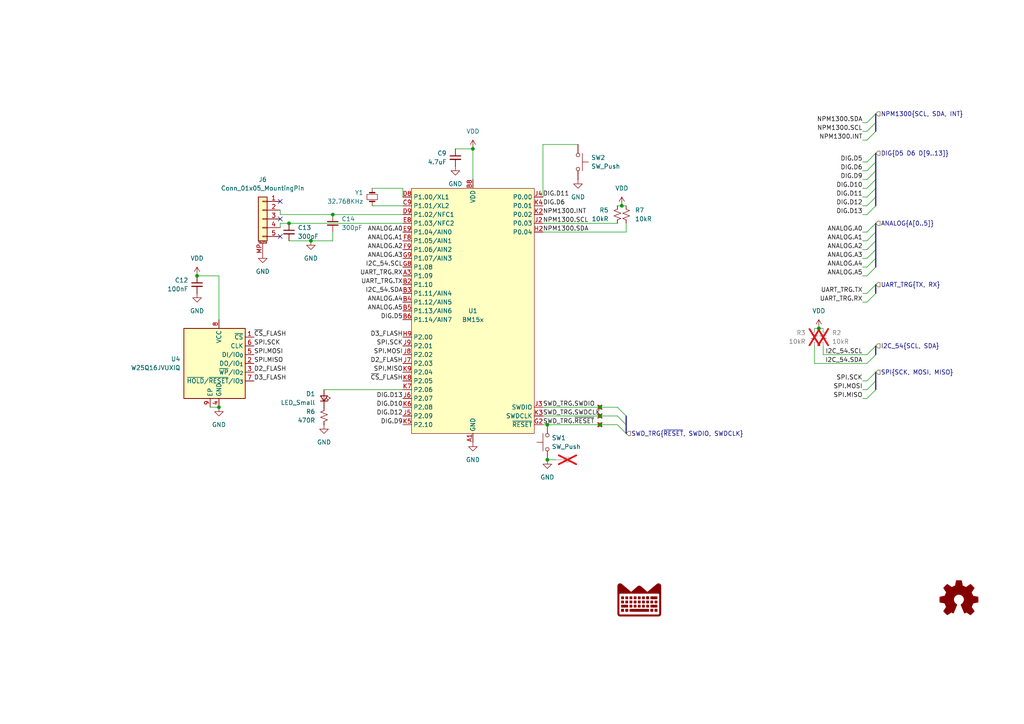
<source format=kicad_sch>
(kicad_sch (version 20250114) (generator "eeschema") (generator_version "9.0")
  (paper "A4")
  (lib_symbols
    (symbol "Connector:TestPoint" (pin_numbers (hide yes)) (pin_names (offset 0.762) (hide yes))
      (property "Reference" "TP" (at 0 6.858 0))
      (property "Value" "TestPoint" (at 0 5.08 0))
      (symbol "TestPoint_1_1"
        (pin passive line (at 0 0 90) (length 2.54) (name "1") (number "1"))
      )
    )
    (symbol "Connector:TestPoint_Small" (pin_numbers (hide yes)) (pin_names (offset 0.762) (hide yes))
      (property "Reference" "TP" (at 0 3.81 0))
      (property "Value" "TestPoint_Small" (at 0 2.032 0))
      (symbol "TestPoint_Small_1_1"
        (pin passive line (at 0 0 90) (length 0) (name "1") (number "1"))
      )
    )
    (symbol "Connector_Generic_MountingPin:Conn_01x05_MountingPin" (pin_names (offset 1.016) (hide yes))
      (property "Reference" "J" (at 0 7.62 0))
      (property "Value" "Conn_01x05_MountingPin" (at 1.27 -7.62 0))
      (symbol "Conn_01x05_MountingPin_1_1"
        (text "Mounting" (at 0 -6.731 0) (effects (font (size 0.381 0.381))))
        (pin passive line (at -5.08 5.08 0) (length 3.81) (name "Pin_1") (number "1"))
        (pin passive line (at -5.08 2.54 0) (length 3.81) (name "Pin_2") (number "2"))
        (pin passive line (at -5.08 0 0) (length 3.81) (name "Pin_3") (number "3"))
        (pin passive line (at -5.08 -2.54 0) (length 3.81) (name "Pin_4") (number "4"))
        (pin passive line (at -5.08 -5.08 0) (length 3.81) (name "Pin_5") (number "5"))
        (pin passive line (at 0 -10.16 90) (length 3.048) (name "MountPin") (number "MP"))
      )
    )
    (symbol "Device:C_Small" (pin_numbers (hide yes)) (pin_names (offset 0.254) (hide yes))
      (property "Reference" "C" (at 0.254 1.778 0))
      (property "Value" "C_Small" (at 0.254 -2.032 0))
      (symbol "C_Small_1_1"
        (pin passive line (at 0 2.54 270) (length 2.032) (name "~") (number "1"))
        (pin passive line (at 0 -2.54 90) (length 2.032) (name "~") (number "2"))
      )
    )
    (symbol "Device:Crystal_Small" (pin_numbers (hide yes)) (pin_names (offset 1.016) (hide yes))
      (property "Reference" "Y" (at 0 2.54 0))
      (property "Value" "Crystal_Small" (at 0 -2.54 0))
      (symbol "Crystal_Small_1_1"
        (pin passive line (at -2.54 0 0) (length 1.27) (name "1") (number "1"))
        (pin passive line (at 2.54 0 180) (length 1.27) (name "2") (number "2"))
      )
    )
    (symbol "Device:LED_Small" (pin_numbers (hide yes)) (pin_names (offset 0.254) (hide yes))
      (property "Reference" "D" (at -1.27 3.175 0))
      (property "Value" "LED_Small" (at -4.445 -2.54 0))
      (symbol "LED_Small_1_1"
        (pin passive line (at -2.54 0 0) (length 1.778) (name "K") (number "1"))
        (pin passive line (at 2.54 0 180) (length 1.778) (name "A") (number "2"))
      )
    )
    (symbol "Device:R_Small_US" (pin_numbers (hide yes)) (pin_names (offset 0.254) (hide yes))
      (property "Reference" "R" (at 0.762 0.508 0))
      (property "Value" "R_Small_US" (at 0.762 -1.016 0))
      (symbol "R_Small_US_1_1"
        (pin passive line (at 0 2.54 270) (length 1.016) (name "~") (number "1"))
        (pin passive line (at 0 -2.54 90) (length 1.016) (name "~") (number "2"))
      )
    )
    (symbol "Graphic:Logo_Open_Hardware_Small" (in_bom no) (on_board no))
    (symbol "LordsBoards-Graphic:LordsBoardsLogo" (in_bom no) (on_board no))
    (symbol "Memory_Flash:W25Q32JVZP"
      (property "Reference" "U" (at -6.35 11.43 0))
      (property "Value" "W25Q32JVZP" (at 7.62 11.43 0))
      (symbol "W25Q32JVZP_1_1"
        (pin input line (at -10.16 7.62 0) (length 2.54) (name "~{CS}") (number "1"))
        (pin input line (at -10.16 5.08 0) (length 2.54) (name "CLK") (number "6"))
        (pin bidirectional line (at -10.16 2.54 0) (length 2.54) (name "DI/IO_{0}") (number "5"))
        (pin bidirectional line (at -10.16 0 0) (length 2.54) (name "DO/IO_{1}") (number "2"))
        (pin bidirectional line (at -10.16 -2.54 0) (length 2.54) (name "~{WP}/IO_{2}") (number "3"))
        (pin bidirectional line (at -10.16 -5.08 0) (length 2.54) (name "~{HOLD}/~{RESET}/IO_{3}") (number "7"))
        (pin power_in line (at 0 12.7 270) (length 2.54) (name "VCC") (number "8"))
        (pin power_in line (at 0 -12.7 90) (length 2.54) (name "GND") (number "4"))
        (pin passive line (at 2.54 -12.7 90) (length 2.54) (name "EP") (number "9"))
      )
    )
    (symbol "Switch:SW_Push" (pin_numbers (hide yes)) (pin_names (offset 1.016) (hide yes))
      (property "Reference" "SW" (at 1.27 2.54 0))
      (property "Value" "SW_Push" (at 0 -1.524 0))
      (symbol "SW_Push_0_1"
        (pin passive line (at -5.08 0 0) (length 2.54) (name "1") (number "1"))
        (pin passive line (at 5.08 0 180) (length 2.54) (name "2") (number "2"))
      )
    )
    (symbol "nordic-lib-kicad-nrf54-modules:BM15x"
      (property "Reference" "U" (at 0 0 0))
      (property "Value" "BM15x" (at 0 -2.54 0))
      (symbol "BM15x_0_0"
        (pin bidirectional line (at -20.32 33.02 0) (length 2.54) (name "P1.00/XL1") (number "D8"))
        (pin bidirectional line (at -20.32 30.48 0) (length 2.54) (name "P1.01/XL2") (number "C9"))
        (pin bidirectional line (at -20.32 27.94 0) (length 2.54) (name "P1.02/NFC1") (number "D9"))
        (pin bidirectional line (at -20.32 25.4 0) (length 2.54) (name "P1.03/NFC2") (number "E8"))
        (pin bidirectional line (at -20.32 22.86 0) (length 2.54) (name "P1.04/AIN0") (number "E9"))
        (pin bidirectional line (at -20.32 20.32 0) (length 2.54) (name "P1.05/AIN1") (number "F8"))
        (pin bidirectional line (at -20.32 17.78 0) (length 2.54) (name "P1.06/AIN2") (number "F9"))
        (pin bidirectional line (at -20.32 15.24 0) (length 2.54) (name "P1.07/AIN3") (number "G9"))
        (pin bidirectional line (at -20.32 12.7 0) (length 2.54) (name "P1.08") (number "G8"))
        (pin bidirectional line (at -20.32 10.16 0) (length 2.54) (name "P1.09") (number "A3"))
        (pin bidirectional line (at -20.32 7.62 0) (length 2.54) (name "P1.10") (number "B2"))
        (pin bidirectional line (at -20.32 5.08 0) (length 2.54) (name "P1.11/AIN4") (number "B3"))
        (pin bidirectional line (at -20.32 2.54 0) (length 2.54) (name "P1.12/AIN5") (number "B4"))
        (pin bidirectional line (at -20.32 0 0) (length 2.54) (name "P1.13/AIN6") (number "B5"))
        (pin bidirectional line (at -20.32 -2.54 0) (length 2.54) (name "P1.14/AIN7") (number "B6"))
        (pin bidirectional line (at -20.32 -7.62 0) (length 2.54) (name "P2.00") (number "H9"))
        (pin bidirectional line (at -20.32 -10.16 0) (length 2.54) (name "P2.01") (number "J9"))
        (pin bidirectional line (at -20.32 -12.7 0) (length 2.54) (name "P2.02") (number "J8"))
        (pin bidirectional line (at -20.32 -15.24 0) (length 2.54) (name "P2.03") (number "J7"))
        (pin bidirectional line (at -20.32 -17.78 0) (length 2.54) (name "P2.04") (number "K9"))
        (pin bidirectional line (at -20.32 -20.32 0) (length 2.54) (name "P2.05") (number "K8"))
        (pin bidirectional line (at -20.32 -22.86 0) (length 2.54) (name "P2.06") (number "K7"))
        (pin bidirectional line (at -20.32 -25.4 0) (length 2.54) (name "P2.07") (number "J6"))
        (pin bidirectional line (at -20.32 -27.94 0) (length 2.54) (name "P2.08") (number "K6"))
        (pin bidirectional line (at -20.32 -30.48 0) (length 2.54) (name "P2.09") (number "J5"))
        (pin bidirectional line (at -20.32 -33.02 0) (length 2.54) (name "P2.10") (number "K5"))
        (pin passive line (at 0 38.1 270) (length 2.54) (hide yes) (name "VDD") (number "C8"))
        (pin passive line (at 0 -38.1 90) (length 2.54) (hide yes) (name "GND") (number "A9"))
        (pin passive line (at 0 -38.1 90) (length 2.54) (hide yes) (name "GND") (number "B1"))
        (pin passive line (at 0 -38.1 90) (length 2.54) (hide yes) (name "GND") (number "B7"))
        (pin passive line (at 0 -38.1 90) (length 2.54) (hide yes) (name "GND") (number "B9"))
        (pin passive line (at 0 -38.1 90) (length 2.54) (hide yes) (name "GND") (number "D1"))
        (pin passive line (at 0 -38.1 90) (length 2.54) (hide yes) (name "GND") (number "E1"))
        (pin passive line (at 0 -38.1 90) (length 2.54) (hide yes) (name "GND") (number "F1"))
        (pin passive line (at 0 -38.1 90) (length 2.54) (hide yes) (name "GND") (number "H8"))
        (pin bidirectional line (at 20.32 33.02 180) (length 2.54) (name "P0.00") (number "J4"))
        (pin bidirectional line (at 20.32 30.48 180) (length 2.54) (name "P0.01") (number "K4"))
        (pin bidirectional line (at 20.32 27.94 180) (length 2.54) (name "P0.02") (number "K2"))
        (pin bidirectional line (at 20.32 25.4 180) (length 2.54) (name "P0.03") (number "J2"))
        (pin bidirectional line (at 20.32 22.86 180) (length 2.54) (name "P0.04") (number "H2"))
        (pin bidirectional line (at 20.32 -27.94 180) (length 2.54) (name "SWDIO") (number "J3"))
        (pin input line (at 20.32 -30.48 180) (length 2.54) (name "SWDCLK") (number "K3"))
        (pin input line (at 20.32 -33.02 180) (length 2.54) (name "~{RESET}") (number "G2"))
      )
      (symbol "BM15x_1_0"
        (pin power_in line (at 0 38.1 270) (length 2.54) (name "VDD") (number "B8"))
        (pin power_in line (at 0 -38.1 90) (length 2.54) (name "GND") (number "A1"))
      )
    )
    (symbol "power:GND" (power) (pin_numbers (hide yes)) (pin_names (offset 0) (hide yes))
      (property "Value" "GND" (at 0 -3.81 0))
      (symbol "GND_1_1"
        (pin power_in line (at 0 0 270) (length 0) (name "~") (number "1"))
      )
    )
    (symbol "power:VDD" (power) (pin_numbers (hide yes)) (pin_names (offset 0) (hide yes))
      (property "Value" "VDD" (at 0 3.556 0))
      (symbol "VDD_1_1"
        (pin power_in line (at 0 0 90) (length 0) (name "~") (number "1"))
      )
    )
  )
  (junction (at 237.49 95.25))
  (junction (at 137.16 43.18))
  (junction (at 90.17 69.85))
  (junction (at 96.52 62.23))
  (junction (at 63.5 118.11))
  (junction (at 83.82 64.77))
  (junction (at 57.15 80.01))
  (junction (at 173.99 123.19))
  (junction (at 173.99 118.11))
  (junction (at 158.75 123.19))
  (junction (at 158.75 133.35))
  (junction (at 173.99 120.65))
  (junction (at 180.34 59.69))
  (no_connect (at 81.28 58.42))
  (no_connect (at 81.28 63.5))
  (no_connect (at 81.28 68.58))
  (bus_entry (at 254 46.99) (size -2.54 2.54))
  (bus_entry (at 251.46 40.64) (size 2.54 -2.54))
  (bus_entry (at 254 57.15) (size -2.54 2.54))
  (bus_entry (at 254 102.87) (size -2.54 2.54))
  (bus_entry (at 254 67.31) (size -2.54 2.54))
  (bus_entry (at 251.46 35.56) (size 2.54 -2.54))
  (bus_entry (at 179.07 123.19) (size 2.54 2.54))
  (bus_entry (at 254 85.09) (size -2.54 2.54))
  (bus_entry (at 254 72.39) (size -2.54 2.54))
  (bus_entry (at 254 100.33) (size -2.54 2.54))
  (bus_entry (at 254 69.85) (size -2.54 2.54))
  (bus_entry (at 251.46 113.03) (size 2.54 -2.54))
  (bus_entry (at 179.07 120.65) (size 2.54 2.54))
  (bus_entry (at 251.46 110.49) (size 2.54 -2.54))
  (bus_entry (at 254 77.47) (size -2.54 2.54))
  (bus_entry (at 254 64.77) (size -2.54 2.54))
  (bus_entry (at 254 52.07) (size -2.54 2.54))
  (bus_entry (at 254 74.93) (size -2.54 2.54))
  (bus_entry (at 254 59.69) (size -2.54 2.54))
  (bus_entry (at 254 82.55) (size -2.54 2.54))
  (bus_entry (at 251.46 38.1) (size 2.54 -2.54))
  (bus_entry (at 254 49.53) (size -2.54 2.54))
  (bus_entry (at 254 54.61) (size -2.54 2.54))
  (bus_entry (at 179.07 118.11) (size 2.54 2.54))
  (bus_entry (at 251.46 115.57) (size 2.54 -2.54))
  (bus_entry (at 254 44.45) (size -2.54 2.54))
  (wire (pts (xy 157.48 41.91) (xy 167.64 41.91)))
  (wire (pts (xy 116.84 54.61) (xy 107.95 54.61)))
  (wire (pts (xy 251.46 40.64) (xy 250.19 40.64)))
  (wire (pts (xy 250.19 113.03) (xy 251.46 113.03)))
  (wire (pts (xy 251.46 59.69) (xy 250.19 59.69)))
  (wire (pts (xy 250.19 49.53) (xy 251.46 49.53)))
  (bus (pts (xy 254 44.45) (xy 254 46.99)))
  (wire (pts (xy 173.99 120.65) (xy 179.07 120.65)))
  (bus (pts (xy 254 67.31) (xy 254 69.85)))
  (wire (pts (xy 157.48 67.31) (xy 181.61 67.31)))
  (wire (pts (xy 250.19 69.85) (xy 251.46 69.85)))
  (wire (pts (xy 236.22 105.41) (xy 251.46 105.41)))
  (wire (pts (xy 251.46 57.15) (xy 250.19 57.15)))
  (wire (pts (xy 157.48 120.65) (xy 173.99 120.65)))
  (wire (pts (xy 81.28 60.96) (xy 81.28 62.23)))
  (wire (pts (xy 173.99 118.11) (xy 179.07 118.11)))
  (wire (pts (xy 158.75 123.19) (xy 173.99 123.19)))
  (bus (pts (xy 254 35.56) (xy 254 33.02)))
  (wire (pts (xy 250.19 74.93) (xy 251.46 74.93)))
  (bus (pts (xy 254 69.85) (xy 254 72.39)))
  (wire (pts (xy 137.16 43.18) (xy 137.16 52.07)))
  (wire (pts (xy 96.52 67.31) (xy 96.52 69.85)))
  (wire (pts (xy 181.61 67.31) (xy 181.61 64.77)))
  (wire (pts (xy 250.19 85.09) (xy 251.46 85.09)))
  (wire (pts (xy 157.48 64.77) (xy 179.07 64.77)))
  (bus (pts (xy 254 64.77) (xy 254 67.31)))
  (wire (pts (xy 251.46 35.56) (xy 250.19 35.56)))
  (wire (pts (xy 250.19 87.63) (xy 251.46 87.63)))
  (bus (pts (xy 181.61 123.19) (xy 181.61 125.73)))
  (wire (pts (xy 179.07 59.69) (xy 180.34 59.69)))
  (wire (pts (xy 250.19 67.31) (xy 251.46 67.31)))
  (wire (pts (xy 158.75 123.19) (xy 157.48 123.19)))
  (wire (pts (xy 132.08 43.18) (xy 137.16 43.18)))
  (bus (pts (xy 254 72.39) (xy 254 74.93)))
  (wire (pts (xy 250.19 72.39) (xy 251.46 72.39)))
  (wire (pts (xy 63.5 80.01) (xy 63.5 92.71)))
  (wire (pts (xy 250.19 110.49) (xy 251.46 110.49)))
  (bus (pts (xy 181.61 120.65) (xy 181.61 123.19)))
  (wire (pts (xy 81.28 62.23) (xy 96.52 62.23)))
  (bus (pts (xy 254 100.33) (xy 254 102.87)))
  (wire (pts (xy 238.76 102.87) (xy 251.46 102.87)))
  (wire (pts (xy 250.19 77.47) (xy 251.46 77.47)))
  (bus (pts (xy 254 46.99) (xy 254 49.53)))
  (wire (pts (xy 250.19 52.07) (xy 251.46 52.07)))
  (wire (pts (xy 173.99 123.19) (xy 179.07 123.19)))
  (wire (pts (xy 81.28 64.77) (xy 81.28 66.04)))
  (bus (pts (xy 254 110.49) (xy 254 113.03)))
  (wire (pts (xy 158.75 133.35) (xy 161.29 133.35)))
  (wire (pts (xy 157.48 118.11) (xy 173.99 118.11)))
  (bus (pts (xy 254 54.61) (xy 254 52.07)))
  (wire (pts (xy 157.48 41.91) (xy 157.48 57.15)))
  (bus (pts (xy 254 74.93) (xy 254 77.47)))
  (wire (pts (xy 107.95 59.69) (xy 116.84 59.69)))
  (wire (pts (xy 237.49 95.25) (xy 238.76 95.25)))
  (wire (pts (xy 57.15 80.01) (xy 63.5 80.01)))
  (wire (pts (xy 63.5 118.11) (xy 60.96 118.11)))
  (bus (pts (xy 254 38.1) (xy 254 35.56)))
  (bus (pts (xy 254 57.15) (xy 254 59.69)))
  (wire (pts (xy 83.82 64.77) (xy 81.28 64.77)))
  (wire (pts (xy 116.84 54.61) (xy 116.84 57.15)))
  (bus (pts (xy 254 107.95) (xy 254 110.49)))
  (wire (pts (xy 180.34 59.69) (xy 181.61 59.69)))
  (bus (pts (xy 254 82.55) (xy 254 85.09)))
  (wire (pts (xy 251.46 62.23) (xy 250.19 62.23)))
  (wire (pts (xy 236.22 105.41) (xy 236.22 100.33)))
  (wire (pts (xy 96.52 62.23) (xy 116.84 62.23)))
  (wire (pts (xy 250.19 115.57) (xy 251.46 115.57)))
  (bus (pts (xy 254 49.53) (xy 254 52.07)))
  (bus (pts (xy 254 54.61) (xy 254 57.15)))
  (wire (pts (xy 251.46 38.1) (xy 250.19 38.1)))
  (wire (pts (xy 93.98 113.03) (xy 116.84 113.03)))
  (wire (pts (xy 250.19 46.99) (xy 251.46 46.99)))
  (wire (pts (xy 236.22 95.25) (xy 237.49 95.25)))
  (wire (pts (xy 250.19 54.61) (xy 251.46 54.61)))
  (wire (pts (xy 96.52 69.85) (xy 90.17 69.85)))
  (wire (pts (xy 83.82 64.77) (xy 116.84 64.77)))
  (wire (pts (xy 90.17 69.85) (xy 83.82 69.85)))
  (wire (pts (xy 250.19 80.01) (xy 251.46 80.01)))
  (wire (pts (xy 238.76 102.87) (xy 238.76 100.33)))
  (label "UART_TRG.RX" (at 250.19 87.63 180))
  (label "DIG.D9" (at 250.19 52.07 180))
  (label "NPM1300.SDA" (at 157.48 67.31 0))
  (label "SWD_TRG.~{RESET}" (at 157.48 123.19 0))
  (label "D3_FLASH" (at 73.66 110.49 0))
  (label "ANALOG.A2" (at 250.19 72.39 180))
  (label "DIG.D12" (at 116.84 120.65 180))
  (label "DIG.D11" (at 157.48 57.15 0))
  (label "I2C_54.SCL" (at 250.19 102.87 180))
  (label "SPI.MISO" (at 73.66 105.41 0))
  (label "DIG.D12" (at 250.19 59.69 180))
  (label "SPI.SCK" (at 250.19 110.49 180))
  (label "I2C_54.SDA" (at 250.19 105.41 180))
  (label "ANALOG.A5" (at 116.84 90.17 180))
  (label "UART_TRG.TX" (at 116.84 82.55 180))
  (label "ANALOG.A3" (at 116.84 74.93 180))
  (label "~{CS}_FLASH" (at 116.84 110.49 180))
  (label "ANALOG.A3" (at 250.19 74.93 180))
  (label "UART_TRG.TX" (at 250.19 85.09 180))
  (label "DIG.D5" (at 116.84 92.71 180))
  (label "NPM1300.SCL" (at 250.19 38.1 180))
  (label "SPI.SCK" (at 73.66 100.33 0))
  (label "ANALOG.A4" (at 250.19 77.47 180))
  (label "UART_TRG.RX" (at 116.84 80.01 180))
  (label "ANALOG.A1" (at 116.84 69.85 180))
  (label "I2C_54.SCL" (at 116.84 77.47 180))
  (label "ANALOG.A1" (at 250.19 69.85 180))
  (label "SPI.MOSI" (at 250.19 113.03 180))
  (label "DIG.D9" (at 116.84 123.19 180))
  (label "NPM1300.SDA" (at 250.19 35.56 180))
  (label "SPI.MISO" (at 116.84 107.95 180))
  (label "ANALOG.A0" (at 250.19 67.31 180))
  (label "DIG.D10" (at 116.84 118.11 180))
  (label "SWD_TRG.SWDCLK" (at 157.48 120.65 0))
  (label "ANALOG.A5" (at 250.19 80.01 180))
  (label "DIG.D13" (at 250.19 62.23 180))
  (label "D2_FLASH" (at 116.84 105.41 180))
  (label "ANALOG.A4" (at 116.84 87.63 180))
  (label "ANALOG.A2" (at 116.84 72.39 180))
  (label "DIG.D6" (at 250.19 49.53 180))
  (label "DIG.D10" (at 250.19 54.61 180))
  (label "NPM1300.SCL" (at 157.48 64.77 0))
  (label "SWD_TRG.SWDIO" (at 157.48 118.11 0))
  (label "SPI.MOSI" (at 116.84 102.87 180))
  (label "SPI.MISO" (at 250.19 115.57 180))
  (label "DIG.D13" (at 116.84 115.57 180))
  (label "DIG.D6" (at 157.48 59.69 0))
  (label "DIG.D11" (at 250.19 57.15 180))
  (label "~{CS}_FLASH" (at 73.66 97.79 0))
  (label "I2C_54.SDA" (at 116.84 85.09 180))
  (label "DIG.D5" (at 250.19 46.99 180))
  (label "ANALOG.A0" (at 116.84 67.31 180))
  (label "NPM1300.INT" (at 157.48 62.23 0))
  (label "SPI.MOSI" (at 73.66 102.87 0))
  (label "SPI.SCK" (at 116.84 100.33 180))
  (label "D3_FLASH" (at 116.84 97.79 180))
  (label "NPM1300.INT" (at 250.19 40.64 180))
  (label "D2_FLASH" (at 73.66 107.95 0))
  (hierarchical_label "I2C_54{SCL, SDA}" (shape input) (at 254 100.33 0))
  (hierarchical_label "SWD_TRG{~{RESET}, SWDIO, SWDCLK}" (shape input) (at 181.61 125.73 0))
  (hierarchical_label "SPI{SCK, MOSI, MISO}" (shape input) (at 254 107.95 0))
  (hierarchical_label "NPM1300{SCL, SDA, INT}" (shape input) (at 254 33.02 0))
  (hierarchical_label "ANALOG{A[0..5]}" (shape input) (at 254 64.77 0))
  (hierarchical_label "DIG{D5 D6 D[9..13]}" (shape input) (at 254 44.45 0))
  (hierarchical_label "UART_TRG{TX, RX}" (shape input) (at 254 82.55 0))
  (symbol (lib_id "power:GND") (at 93.98 123.19 0) (mirror y) (unit 1)
    (property "Reference" "#PWR045" (effects (hide yes)))
    (property "Value" "GND" (at 93.98 128.27 0))
    (property "Description" "Power symbol creates a global label with name \"GND\" , ground" (effects (hide yes)))
  )
  (symbol (lib_id "Device:LED_Small") (at 93.98 115.57 270) (mirror x) (unit 1)
    (property "Reference" "D1" (at 91.44 114.2364 90) (effects (justify right)))
    (property "Value" "LED_Small" (at 91.44 116.7764 90) (effects (justify right)))
    (property "Footprint" "LED_SMD:LED_0603_1608Metric" (effects (hide yes)))
    (property "Description" "Light emitting diode, small symbol" (effects (hide yes)))
    (property "LCSC" "C125103" (effects (hide yes)))
    (property "Sim.Pin" "1=K 2=A" (effects (hide yes)))
  )
  (symbol (lib_id "Memory_Flash:W25Q32JVZP") (at 63.5 105.41 0) (mirror y) (unit 1)
    (property "Reference" "U4" (at 52.324 104.14 0) (effects (justify left)))
    (property "Value" "W25Q16JVUXIQ" (at 52.324 106.68 0) (effects (justify left)))
    (property "Footprint" "Package_SON:Winbond_USON-8-1EP_3x2mm_P0.5mm_EP0.2x1.6mm" (effects (hide yes)))
    (property "Datasheet" "http://www.winbond.com/resource-files/w25q32jv%20revg%2003272018%20plus.pdf" (effects (hide yes)))
    (property "Description" "32Mbit / 4MiB Serial Flash Memory, Standard/Dual/Quad SPI, 2.7-3.6V, WSON-8" (effects (hide yes)))
    (property "LCSC" "C2843335" (effects (hide yes)))
  )
  (symbol (lib_id "Device:R_Small_US") (at 179.07 62.23 0) (mirror y) (unit 1)
    (property "Reference" "R5" (at 176.53 60.9599 0) (effects (justify left)))
    (property "Value" "10kR" (at 176.53 63.4999 0) (effects (justify left)))
    (property "Footprint" "Resistor_SMD:R_0402_1005Metric" (effects (hide yes)))
    (property "Description" "Resistor, small US symbol" (effects (hide yes)))
    (property "LCSC" "C25744" (effects (hide yes)))
  )
  (symbol (lib_id "power:GND") (at 158.75 133.35 0) (unit 1)
    (property "Reference" "#PWR010" (effects (hide yes)))
    (property "Value" "GND" (at 158.75 138.43 0))
    (property "Description" "Power symbol creates a global label with name \"GND\" , ground" (effects (hide yes)))
  )
  (symbol (lib_id "Device:Crystal_Small") (at 107.95 57.15 90) (unit 1)
    (property "Reference" "Y1" (at 105.41 55.8799 90) (effects (justify left)))
    (property "Value" "32.768KHz" (at 105.41 58.4199 90) (effects (justify left)))
    (property "Footprint" "Crystal:Crystal_SMD_3215-2Pin_3.2x1.5mm" (effects (hide yes)))
    (property "Description" "Two pin crystal, small symbol" (effects (hide yes)))
    (property "LCSC" "C32346" (effects (hide yes)))
  )
  (symbol (lib_id "Device:R_Small_US") (at 236.22 97.79 0) (mirror y) (unit 1) (in_bom no) (dnp yes)
    (property "Reference" "R3" (at 233.68 96.5199 0) (effects (justify left)))
    (property "Value" "10kR" (at 233.68 99.0599 0) (effects (justify left)))
    (property "Footprint" "Resistor_SMD:R_0402_1005Metric" (effects (hide yes)))
    (property "Description" "Resistor, small US symbol" (effects (hide yes)))
    (property "LCSC" "C25744" (effects (hide yes)))
  )
  (symbol (lib_id "nordic-lib-kicad-nrf54-modules:BM15x") (at 137.16 90.17 0) (unit 1)
    (property "Reference" "U1" (at 137.16 90.17 0))
    (property "Value" "BM15x" (at 137.16 92.71 0))
    (property "Footprint" "nordic-lib-kicad-nrf54-modules:BM15x-LGA-45_15.8x10mm" (effects (hide yes)))
    (property "Datasheet" "https://static1.squarespace.com/static/561459a2e4b0b39f5cefa12e/t/66c3d7591cc204465c3f6e4f/1724110684125/BM15C+Product+Specifications.pdf" (effects (hide yes)))
    (property "LCSC" "C9900148376" (effects (hide yes)))
  )
  (symbol (lib_id "LordsBoards-Graphic:LordsBoardsLogo") (at 185.42 173.99 0) (unit 1) (in_bom no) (on_board no)
    (property "Reference" "#SYM7" (effects (hide yes)))
  )
  (symbol (lib_id "Connector_Generic_MountingPin:Conn_01x05_MountingPin") (at 76.2 63.5 0) (mirror y) (unit 1)
    (property "Reference" "J6" (at 76.2 52.07 0))
    (property "Value" "Conn_01x05_MountingPin" (at 76.2 54.61 0))
    (property "Footprint" "RoyalBlue54L-Feather-Connector_FFC-FPC:CONN-SMD_5P-P0.50_HCTL_HC-FPC-05-09-5RLTAG" (effects (hide yes)))
    (property "Description" "Generic connectable mounting pin connector, single row, 01x05, script generated (kicad-library-utils/schlib/autogen/connector/)" (effects (hide yes)))
  )
  (symbol (lib_id "Device:R_Small_US") (at 181.61 62.23 0) (unit 1)
    (property "Reference" "R7" (at 184.15 60.9599 0) (effects (justify left)))
    (property "Value" "10kR" (at 184.15 63.4999 0) (effects (justify left)))
    (property "Footprint" "Resistor_SMD:R_0402_1005Metric" (effects (hide yes)))
    (property "Description" "Resistor, small US symbol" (effects (hide yes)))
    (property "LCSC" "C25744" (effects (hide yes)))
  )
  (symbol (lib_id "power:VDD") (at 137.16 43.18 0) (unit 1)
    (property "Reference" "#PWR043" (effects (hide yes)))
    (property "Value" "VDD" (at 137.16 38.1 0))
    (property "Description" "Power symbol creates a global label with name \"VDD\"" (effects (hide yes)))
  )
  (symbol (lib_id "power:GND") (at 63.5 118.11 0) (mirror y) (unit 1)
    (property "Reference" "#PWR011" (effects (hide yes)))
    (property "Value" "GND" (at 63.5 123.19 0))
    (property "Description" "Power symbol creates a global label with name \"GND\" , ground" (effects (hide yes)))
  )
  (symbol (lib_id "power:GND") (at 137.16 128.27 0) (unit 1)
    (property "Reference" "#PWR014" (effects (hide yes)))
    (property "Value" "GND" (at 137.16 133.35 0))
    (property "Description" "Power symbol creates a global label with name \"GND\" , ground" (effects (hide yes)))
  )
  (symbol (lib_id "Device:C_Small") (at 83.82 67.31 0) (mirror y) (unit 1)
    (property "Reference" "C13" (at 86.36 66.0462 0) (effects (justify right)))
    (property "Value" "300pF" (at 86.36 68.5862 0) (effects (justify right)))
    (property "Footprint" "Capacitor_SMD:C_0402_1005Metric" (effects (hide yes)))
    (property "Description" "Unpolarized capacitor, small symbol" (effects (hide yes)))
    (property "LCSC" "C126505" (effects (hide yes)))
  )
  (symbol (lib_id "Device:R_Small_US") (at 238.76 97.79 0) (unit 1) (in_bom no) (dnp yes)
    (property "Reference" "R2" (at 241.3 96.5199 0) (effects (justify left)))
    (property "Value" "10kR" (at 241.3 99.0599 0) (effects (justify left)))
    (property "Footprint" "Resistor_SMD:R_0402_1005Metric" (effects (hide yes)))
    (property "Description" "Resistor, small US symbol" (effects (hide yes)))
    (property "LCSC" "C25744" (effects (hide yes)))
  )
  (symbol (lib_id "Switch:SW_Push") (at 167.64 46.99 270) (unit 1)
    (property "Reference" "SW2" (at 171.45 45.7199 90) (effects (justify left)))
    (property "Value" "SW_Push" (at 171.45 48.2599 90) (effects (justify left)))
    (property "Footprint" "Button_Switch_SMD:SW_Push_1P1T_NO_Vertical_Wuerth_434133025816" (effects (hide yes)))
    (property "Description" "Push button switch, generic, two pins" (effects (hide yes)))
    (property "LCSC" "C139797" (effects (hide yes)))
  )
  (symbol (lib_id "power:GND") (at 167.64 52.07 0) (unit 1)
    (property "Reference" "#PWR039" (effects (hide yes)))
    (property "Value" "GND" (at 167.64 57.15 0))
    (property "Description" "Power symbol creates a global label with name \"GND\" , ground" (effects (hide yes)))
  )
  (symbol (lib_id "power:VDD") (at 57.15 80.01 0) (mirror y) (unit 1)
    (property "Reference" "#PWR038" (effects (hide yes)))
    (property "Value" "VDD" (at 57.15 74.93 0))
    (property "Description" "Power symbol creates a global label with name \"VDD\"" (effects (hide yes)))
  )
  (symbol (lib_id "Connector:TestPoint_Small") (at 173.99 118.11 180) (unit 1) (dnp yes)
    (property "Reference" "TP1" (effects (hide yes)))
    (property "Value" "TestPoint" (effects (hide yes)))
    (property "Footprint" "TestPoint:TestPoint_Pad_D2.0mm" (effects (hide yes)))
    (property "Description" "test point" (effects (hide yes)))
  )
  (symbol (lib_id "power:GND") (at 132.08 48.26 0) (unit 1)
    (property "Reference" "#PWR052" (effects (hide yes)))
    (property "Value" "GND" (at 132.08 53.34 0))
    (property "Description" "Power symbol creates a global label with name \"GND\" , ground" (effects (hide yes)))
  )
  (symbol (lib_id "Connector:TestPoint_Small") (at 173.99 123.19 180) (unit 1) (dnp yes)
    (property "Reference" "TP2" (effects (hide yes)))
    (property "Value" "TestPoint" (effects (hide yes)))
    (property "Footprint" "TestPoint:TestPoint_Pad_D2.0mm" (effects (hide yes)))
    (property "Description" "test point" (effects (hide yes)))
  )
  (symbol (lib_id "Device:C_Small") (at 132.08 45.72 0) (mirror y) (unit 1)
    (property "Reference" "C9" (at 129.54 44.4562 0) (effects (justify left)))
    (property "Value" "4.7uF" (at 129.54 46.9962 0) (effects (justify left)))
    (property "Footprint" "Capacitor_SMD:C_0402_1005Metric" (effects (hide yes)))
    (property "Description" "Unpolarized capacitor, small symbol" (effects (hide yes)))
    (property "LCSC" "C23733" (effects (hide yes)))
  )
  (symbol (lib_id "power:GND") (at 57.15 85.09 0) (unit 1)
    (property "Reference" "#PWR037" (effects (hide yes)))
    (property "Value" "GND" (at 57.15 90.17 0))
    (property "Description" "Power symbol creates a global label with name \"GND\" , ground" (effects (hide yes)))
  )
  (symbol (lib_id "power:VDD") (at 180.34 59.69 0) (unit 1)
    (property "Reference" "#PWR050" (effects (hide yes)))
    (property "Value" "VDD" (at 180.34 54.61 0))
    (property "Description" "Power symbol creates a global label with name \"VDD\"" (effects (hide yes)))
  )
  (symbol (lib_id "Device:C_Small") (at 57.15 82.55 0) (unit 1)
    (property "Reference" "C12" (at 54.61 81.2862 0) (effects (justify right)))
    (property "Value" "100nF" (at 54.61 83.8262 0) (effects (justify right)))
    (property "Footprint" "Capacitor_SMD:C_0402_1005Metric" (effects (hide yes)))
    (property "Description" "Unpolarized capacitor, small symbol" (effects (hide yes)))
    (property "LCSC" "C307331" (effects (hide yes)))
  )
  (symbol (lib_id "Switch:SW_Push") (at 158.75 128.27 90) (unit 1)
    (property "Reference" "SW1" (at 160.02 126.9999 90) (effects (justify right)))
    (property "Value" "SW_Push" (at 160.02 129.5399 90) (effects (justify right)))
    (property "Footprint" "Button_Switch_SMD:SW_Push_1P1T_NO_Vertical_Wuerth_434133025816" (effects (hide yes)))
    (property "Description" "Push button switch, generic, two pins" (effects (hide yes)))
    (property "LCSC" "C139797" (effects (hide yes)))
  )
  (symbol (lib_id "power:GND") (at 76.2 73.66 0) (unit 1)
    (property "Reference" "#PWR051" (effects (hide yes)))
    (property "Value" "GND" (at 76.2 78.74 0))
    (property "Description" "Power symbol creates a global label with name \"GND\" , ground" (effects (hide yes)))
  )
  (symbol (lib_id "Connector:TestPoint") (at 161.29 133.35 270) (unit 1) (in_bom no) (dnp yes)
    (property "Reference" "TP4" (effects (hide yes)))
    (property "Value" "TestPoint" (effects (hide yes)))
    (property "Footprint" "TestPoint:TestPoint_Pad_D2.0mm" (effects (hide yes)))
    (property "Description" "test point" (effects (hide yes)))
  )
  (symbol (lib_id "Connector:TestPoint_Small") (at 173.99 120.65 180) (unit 1) (dnp yes)
    (property "Reference" "TP3" (effects (hide yes)))
    (property "Value" "TestPoint" (effects (hide yes)))
    (property "Footprint" "TestPoint:TestPoint_Pad_D2.0mm" (effects (hide yes)))
    (property "Description" "test point" (effects (hide yes)))
  )
  (symbol (lib_id "Graphic:Logo_Open_Hardware_Small") (at 278.13 173.99 0) (unit 1) (in_bom no) (on_board no)
    (property "Reference" "#SYM8" (effects (hide yes)))
    (property "Value" "Logo_Open_Hardware_Small" (effects (hide yes)))
  )
  (symbol (lib_id "Device:R_Small_US") (at 93.98 120.65 0) (mirror y) (unit 1)
    (property "Reference" "R6" (at 91.44 119.3799 0) (effects (justify left)))
    (property "Value" "470R" (at 91.44 121.9199 0) (effects (justify left)))
    (property "Footprint" "Resistor_SMD:R_0402_1005Metric" (effects (hide yes)))
    (property "Description" "Resistor, small US symbol" (effects (hide yes)))
    (property "LCSC" "C25117" (effects (hide yes)))
  )
  (symbol (lib_id "power:VDD") (at 237.49 95.25 0) (unit 1)
    (property "Reference" "#PWR026" (effects (hide yes)))
    (property "Value" "VDD" (at 237.49 90.17 0))
    (property "Description" "Power symbol creates a global label with name \"VDD\"" (effects (hide yes)))
  )
  (symbol (lib_id "Device:C_Small") (at 96.52 64.77 0) (mirror y) (unit 1)
    (property "Reference" "C14" (at 99.06 63.5062 0) (effects (justify right)))
    (property "Value" "300pF" (at 99.06 66.0462 0) (effects (justify right)))
    (property "Footprint" "Capacitor_SMD:C_0402_1005Metric" (effects (hide yes)))
    (property "Description" "Unpolarized capacitor, small symbol" (effects (hide yes)))
    (property "LCSC" "C126505" (effects (hide yes)))
  )
  (symbol (lib_id "power:GND") (at 90.17 69.85 0) (unit 1)
    (property "Reference" "#PWR046" (effects (hide yes)))
    (property "Value" "GND" (at 90.17 74.93 0))
    (property "Description" "Power symbol creates a global label with name \"GND\" , ground" (effects (hide yes)))
  )
)
</source>
